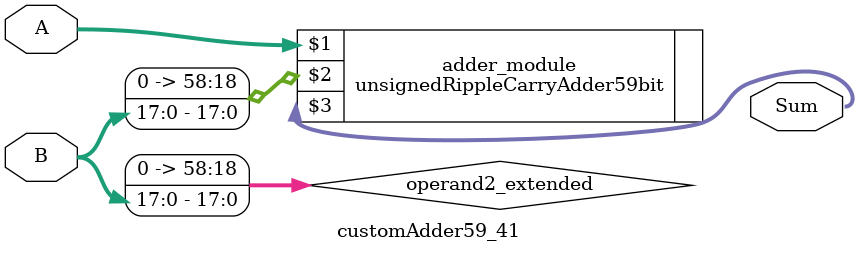
<source format=v>
module customAdder59_41(
                        input [58 : 0] A,
                        input [17 : 0] B,
                        
                        output [59 : 0] Sum
                );

        wire [58 : 0] operand2_extended;
        
        assign operand2_extended =  {41'b0, B};
        
        unsignedRippleCarryAdder59bit adder_module(
            A,
            operand2_extended,
            Sum
        );
        
        endmodule
        
</source>
